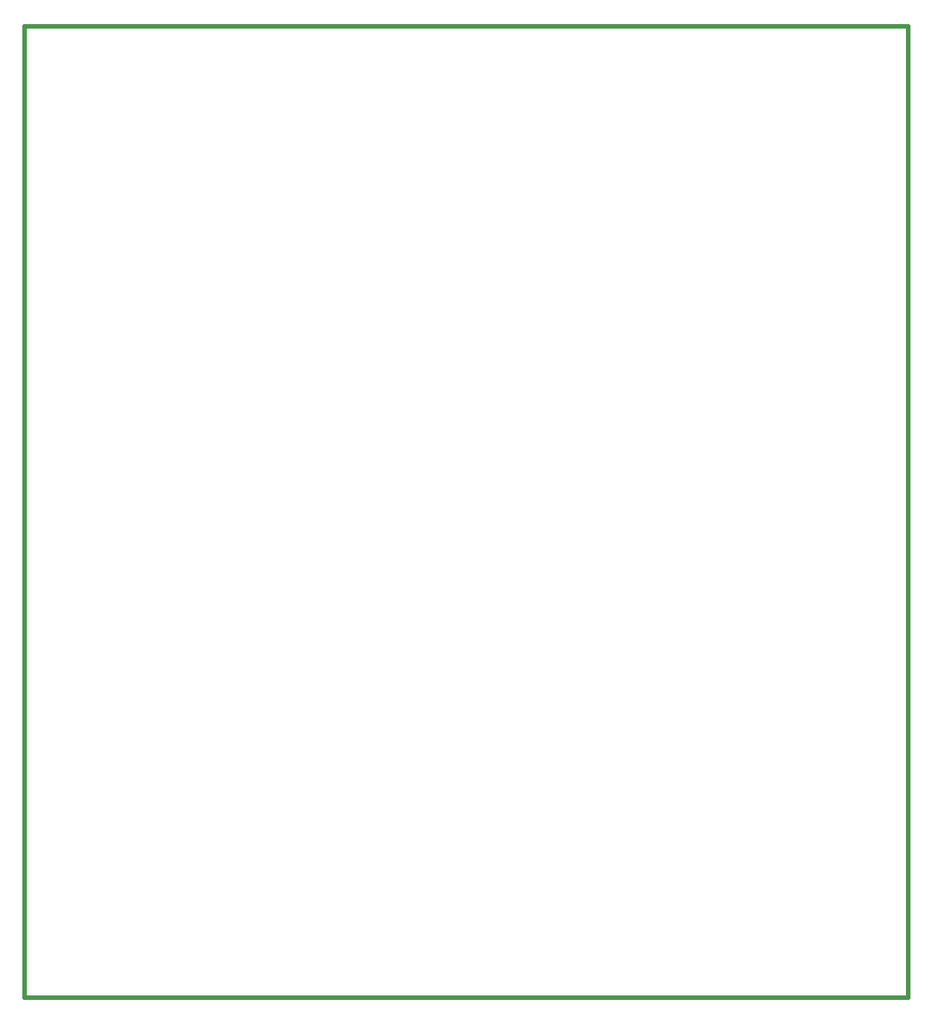
<source format=gm1>
G04 #@! TF.FileFunction,Profile,NP*
%FSLAX46Y46*%
G04 Gerber Fmt 4.6, Leading zero omitted, Abs format (unit mm)*
G04 Created by KiCad (PCBNEW 4.0.5+dfsg1-4) date Sun Oct 21 20:25:12 2018*
%MOMM*%
%LPD*%
G01*
G04 APERTURE LIST*
%ADD10C,0.150000*%
%ADD11C,0.381000*%
G04 APERTURE END LIST*
D10*
D11*
X79311500Y-117856000D02*
X79311500Y-25781000D01*
X163004500Y-117856000D02*
X79311500Y-117856000D01*
X163004500Y-25781000D02*
X163004500Y-117856000D01*
X79311500Y-25781000D02*
X163004500Y-25781000D01*
M02*

</source>
